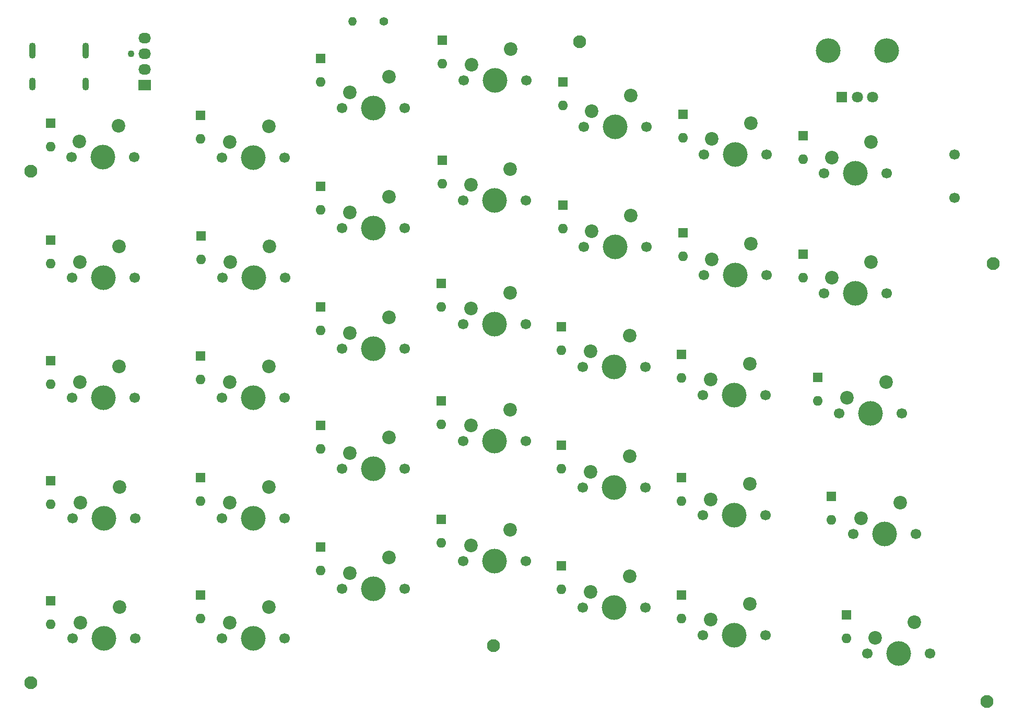
<source format=gbr>
%TF.GenerationSoftware,KiCad,Pcbnew,8.0.6*%
%TF.CreationDate,2024-10-31T21:18:19+01:00*%
%TF.ProjectId,keyboard,6b657962-6f61-4726-942e-6b696361645f,rev?*%
%TF.SameCoordinates,Original*%
%TF.FileFunction,Soldermask,Bot*%
%TF.FilePolarity,Negative*%
%FSLAX46Y46*%
G04 Gerber Fmt 4.6, Leading zero omitted, Abs format (unit mm)*
G04 Created by KiCad (PCBNEW 8.0.6) date 2024-10-31 21:18:19*
%MOMM*%
%LPD*%
G01*
G04 APERTURE LIST*
%ADD10C,2.100000*%
%ADD11C,2.200000*%
%ADD12C,1.700000*%
%ADD13C,4.000000*%
%ADD14C,1.400000*%
%ADD15O,1.400000X1.400000*%
%ADD16O,1.100000X2.100000*%
%ADD17O,1.100000X2.600000*%
%ADD18C,1.800000*%
%ADD19R,1.800000X1.800000*%
%ADD20O,4.000000X4.000000*%
%ADD21O,2.030000X1.730000*%
%ADD22R,2.030000X1.730000*%
%ADD23C,1.100000*%
%ADD24R,1.600000X1.600000*%
%ADD25O,1.600000X1.600000*%
G04 APERTURE END LIST*
D10*
%TO.C,REF\u002A\u002A*%
X139000000Y-139000000D03*
%TD*%
%TO.C,REF\u002A\u002A*%
X64000000Y-62000000D03*
%TD*%
%TO.C,REF\u002A\u002A*%
X153000000Y-41000000D03*
%TD*%
%TO.C,REF\u002A\u002A*%
X220000000Y-77000000D03*
%TD*%
%TO.C,REF\u002A\u002A*%
X219000000Y-148000000D03*
%TD*%
%TO.C,REF\u002A\u002A*%
X64000000Y-145000000D03*
%TD*%
D11*
%TO.C,SW26*%
X174410000Y-56790000D03*
X180760000Y-54250000D03*
D12*
X183300000Y-59330000D03*
D13*
X178220000Y-59330000D03*
D12*
X173140000Y-59330000D03*
%TD*%
D14*
%TO.C,R1*%
X121250000Y-37750000D03*
D15*
X116170000Y-37750000D03*
%TD*%
D11*
%TO.C,SW22*%
X154910000Y-71750000D03*
X161260000Y-69210000D03*
D12*
X163800000Y-74290000D03*
D13*
X158720000Y-74290000D03*
D12*
X153640000Y-74290000D03*
%TD*%
D11*
%TO.C,SW27*%
X174410000Y-76290000D03*
X180760000Y-73750000D03*
D12*
X183300000Y-78830000D03*
D13*
X178220000Y-78830000D03*
D12*
X173140000Y-78830000D03*
%TD*%
D11*
%TO.C,SW31*%
X193910000Y-59790000D03*
X200260000Y-57250000D03*
D12*
X202800000Y-62330000D03*
D13*
X197720000Y-62330000D03*
D12*
X192640000Y-62330000D03*
%TD*%
%TO.C,J2*%
X213750000Y-66350000D03*
X213750000Y-59350000D03*
%TD*%
D11*
%TO.C,SW7*%
X96330000Y-76750000D03*
X102680000Y-74210000D03*
D12*
X105220000Y-79290000D03*
D13*
X100140000Y-79290000D03*
D12*
X95060000Y-79290000D03*
%TD*%
D11*
%TO.C,SW25*%
X154750000Y-130250000D03*
X161100000Y-127710000D03*
D12*
X163640000Y-132790000D03*
D13*
X158560000Y-132790000D03*
D12*
X153480000Y-132790000D03*
%TD*%
D11*
%TO.C,SW28*%
X174250000Y-95790000D03*
X180600000Y-93250000D03*
D12*
X183140000Y-98330000D03*
D13*
X178060000Y-98330000D03*
D12*
X172980000Y-98330000D03*
%TD*%
D11*
%TO.C,SW24*%
X154750000Y-110750000D03*
X161100000Y-108210000D03*
D12*
X163640000Y-113290000D03*
D13*
X158560000Y-113290000D03*
D12*
X153480000Y-113290000D03*
%TD*%
D11*
%TO.C,SW34*%
X198610000Y-118290000D03*
X204960000Y-115750000D03*
D12*
X207500000Y-120830000D03*
D13*
X202420000Y-120830000D03*
D12*
X197340000Y-120830000D03*
%TD*%
D11*
%TO.C,SW9*%
X96250000Y-115750000D03*
X102600000Y-113210000D03*
D12*
X105140000Y-118290000D03*
D13*
X100060000Y-118290000D03*
D12*
X94980000Y-118290000D03*
%TD*%
D11*
%TO.C,SW8*%
X96250000Y-96250000D03*
X102600000Y-93710000D03*
D12*
X105140000Y-98790000D03*
D13*
X100060000Y-98790000D03*
D12*
X94980000Y-98790000D03*
%TD*%
D11*
%TO.C,SW13*%
X115750000Y-88250000D03*
X122100000Y-85710000D03*
D12*
X124640000Y-90790000D03*
D13*
X119560000Y-90790000D03*
D12*
X114480000Y-90790000D03*
%TD*%
D11*
%TO.C,SW15*%
X115750000Y-127250000D03*
X122100000Y-124710000D03*
D12*
X124640000Y-129790000D03*
D13*
X119560000Y-129790000D03*
D12*
X114480000Y-129790000D03*
%TD*%
D11*
%TO.C,SW14*%
X115750000Y-107750000D03*
X122100000Y-105210000D03*
D12*
X124640000Y-110290000D03*
D13*
X119560000Y-110290000D03*
D12*
X114480000Y-110290000D03*
%TD*%
D11*
%TO.C,SW20*%
X135360000Y-122710000D03*
X141710000Y-120170000D03*
D12*
X144250000Y-125250000D03*
D13*
X139170000Y-125250000D03*
D12*
X134090000Y-125250000D03*
%TD*%
D16*
%TO.C,J1*%
X72890000Y-47860000D03*
D17*
X72890000Y-42500000D03*
D16*
X64250000Y-47860000D03*
D17*
X64250000Y-42500000D03*
%TD*%
D11*
%TO.C,SW4*%
X72020000Y-115750000D03*
X78370000Y-113210000D03*
D12*
X80910000Y-118290000D03*
D13*
X75830000Y-118290000D03*
D12*
X70750000Y-118290000D03*
%TD*%
D11*
%TO.C,SW19*%
X135360000Y-103210000D03*
X141710000Y-100670000D03*
D12*
X144250000Y-105750000D03*
D13*
X139170000Y-105750000D03*
D12*
X134090000Y-105750000D03*
%TD*%
D11*
%TO.C,SW2*%
X71880000Y-57210000D03*
X78230000Y-54670000D03*
D12*
X80770000Y-59750000D03*
D13*
X75690000Y-59750000D03*
D12*
X70610000Y-59750000D03*
%TD*%
D18*
%TO.C,RV1*%
X200500000Y-49975000D03*
X198000000Y-49975000D03*
D19*
X195500000Y-49975000D03*
D20*
X202750000Y-42475000D03*
X193250000Y-42475000D03*
%TD*%
D11*
%TO.C,SW11*%
X115750000Y-49250000D03*
X122100000Y-46710000D03*
D12*
X124640000Y-51790000D03*
D13*
X119560000Y-51790000D03*
D12*
X114480000Y-51790000D03*
%TD*%
D11*
%TO.C,SW6*%
X96250000Y-57250000D03*
X102600000Y-54710000D03*
D12*
X105140000Y-59790000D03*
D13*
X100060000Y-59790000D03*
D12*
X94980000Y-59790000D03*
%TD*%
D11*
%TO.C,SW16*%
X135440000Y-44710000D03*
X141790000Y-42170000D03*
D12*
X144330000Y-47250000D03*
D13*
X139250000Y-47250000D03*
D12*
X134170000Y-47250000D03*
%TD*%
D11*
%TO.C,SW21*%
X154910000Y-52250000D03*
X161260000Y-49710000D03*
D12*
X163800000Y-54790000D03*
D13*
X158720000Y-54790000D03*
D12*
X153640000Y-54790000D03*
%TD*%
D11*
%TO.C,SW32*%
X193910000Y-79290000D03*
X200260000Y-76750000D03*
D12*
X202800000Y-81830000D03*
D13*
X197720000Y-81830000D03*
D12*
X192640000Y-81830000D03*
%TD*%
D11*
%TO.C,SW23*%
X154750000Y-91250000D03*
X161100000Y-88710000D03*
D12*
X163640000Y-93790000D03*
D13*
X158560000Y-93790000D03*
D12*
X153480000Y-93790000D03*
%TD*%
D11*
%TO.C,SW3*%
X71940000Y-96250000D03*
X78290000Y-93710000D03*
D12*
X80830000Y-98790000D03*
D13*
X75750000Y-98790000D03*
D12*
X70670000Y-98790000D03*
%TD*%
D11*
%TO.C,SW29*%
X174250000Y-115290000D03*
X180600000Y-112750000D03*
D12*
X183140000Y-117830000D03*
D13*
X178060000Y-117830000D03*
D12*
X172980000Y-117830000D03*
%TD*%
D11*
%TO.C,SW18*%
X135330000Y-84250000D03*
X141680000Y-81710000D03*
D12*
X144220000Y-86790000D03*
D13*
X139140000Y-86790000D03*
D12*
X134060000Y-86790000D03*
%TD*%
D21*
%TO.C,J3*%
X82450000Y-40430000D03*
X82450000Y-42970000D03*
X82450000Y-45510000D03*
D22*
X82450000Y-48050000D03*
D23*
X80290000Y-42970000D03*
%TD*%
D11*
%TO.C,SW30*%
X174250000Y-134790000D03*
X180600000Y-132250000D03*
D12*
X183140000Y-137330000D03*
D13*
X178060000Y-137330000D03*
D12*
X172980000Y-137330000D03*
%TD*%
D11*
%TO.C,SW10*%
X96250000Y-135250000D03*
X102600000Y-132710000D03*
D12*
X105140000Y-137790000D03*
D13*
X100060000Y-137790000D03*
D12*
X94980000Y-137790000D03*
%TD*%
D11*
%TO.C,SW33*%
X196360000Y-98790000D03*
X202710000Y-96250000D03*
D12*
X205250000Y-101330000D03*
D13*
X200170000Y-101330000D03*
D12*
X195090000Y-101330000D03*
%TD*%
D11*
%TO.C,SW12*%
X115750000Y-68750000D03*
X122100000Y-66210000D03*
D12*
X124640000Y-71290000D03*
D13*
X119560000Y-71290000D03*
D12*
X114480000Y-71290000D03*
%TD*%
D11*
%TO.C,SW35*%
X200940000Y-137710000D03*
X207290000Y-135170000D03*
D12*
X209830000Y-140250000D03*
D13*
X204750000Y-140250000D03*
D12*
X199670000Y-140250000D03*
%TD*%
D11*
%TO.C,SW17*%
X135400000Y-64250000D03*
X141750000Y-61710000D03*
D12*
X144290000Y-66790000D03*
D13*
X139210000Y-66790000D03*
D12*
X134130000Y-66790000D03*
%TD*%
D11*
%TO.C,SW1*%
X71940000Y-76710000D03*
X78290000Y-74170000D03*
D12*
X80830000Y-79250000D03*
D13*
X75750000Y-79250000D03*
D12*
X70670000Y-79250000D03*
%TD*%
D11*
%TO.C,SW5*%
X72020000Y-135250000D03*
X78370000Y-132710000D03*
D12*
X80910000Y-137790000D03*
D13*
X75830000Y-137790000D03*
D12*
X70750000Y-137790000D03*
%TD*%
D24*
%TO.C,D35*%
X196250000Y-133999314D03*
D25*
X196250000Y-137809314D03*
%TD*%
D24*
%TO.C,D34*%
X193750000Y-114750000D03*
D25*
X193750000Y-118560000D03*
%TD*%
D24*
%TO.C,D33*%
X191600000Y-95490000D03*
D25*
X191600000Y-99300000D03*
%TD*%
D24*
%TO.C,D32*%
X189250000Y-75500000D03*
D25*
X189250000Y-79310000D03*
%TD*%
D24*
%TO.C,D31*%
X189250000Y-56249314D03*
D25*
X189250000Y-60059314D03*
%TD*%
D24*
%TO.C,D30*%
X169500000Y-130750000D03*
D25*
X169500000Y-134560000D03*
%TD*%
D24*
%TO.C,D29*%
X169500000Y-111749314D03*
D25*
X169500000Y-115559314D03*
%TD*%
D24*
%TO.C,D28*%
X169500000Y-91750000D03*
D25*
X169500000Y-95560000D03*
%TD*%
D24*
%TO.C,D27*%
X169750000Y-72000000D03*
D25*
X169750000Y-75810000D03*
%TD*%
D24*
%TO.C,D26*%
X169750000Y-52750000D03*
D25*
X169750000Y-56560000D03*
%TD*%
D24*
%TO.C,D25*%
X150000000Y-126000000D03*
D25*
X150000000Y-129810000D03*
%TD*%
D24*
%TO.C,D24*%
X150000000Y-106500000D03*
D25*
X150000000Y-110310000D03*
%TD*%
D24*
%TO.C,D23*%
X150000000Y-87250000D03*
D25*
X150000000Y-91060000D03*
%TD*%
D24*
%TO.C,D22*%
X150250000Y-67500000D03*
D25*
X150250000Y-71310000D03*
%TD*%
D24*
%TO.C,D21*%
X150250000Y-47500000D03*
D25*
X150250000Y-51310000D03*
%TD*%
D24*
%TO.C,D20*%
X130500000Y-118500000D03*
D25*
X130500000Y-122310000D03*
%TD*%
D24*
%TO.C,D19*%
X130500000Y-99250000D03*
D25*
X130500000Y-103060000D03*
%TD*%
D24*
%TO.C,D18*%
X130500000Y-80250000D03*
D25*
X130500000Y-84060000D03*
%TD*%
D24*
%TO.C,D17*%
X130750000Y-60250000D03*
D25*
X130750000Y-64060000D03*
%TD*%
D24*
%TO.C,D16*%
X130750000Y-40750000D03*
D25*
X130750000Y-44560000D03*
%TD*%
D24*
%TO.C,D15*%
X111000000Y-123000000D03*
D25*
X111000000Y-126810000D03*
%TD*%
D24*
%TO.C,D14*%
X111000000Y-103250000D03*
D25*
X111000000Y-107060000D03*
%TD*%
D24*
%TO.C,D13*%
X111000000Y-84000000D03*
D25*
X111000000Y-87810000D03*
%TD*%
D24*
%TO.C,D12*%
X111000000Y-64500000D03*
D25*
X111000000Y-68310000D03*
%TD*%
D24*
%TO.C,D11*%
X111000000Y-43750000D03*
D25*
X111000000Y-47560000D03*
%TD*%
D24*
%TO.C,D10*%
X91500000Y-130750000D03*
D25*
X91500000Y-134560000D03*
%TD*%
D24*
%TO.C,D9*%
X91500000Y-111750000D03*
D25*
X91500000Y-115560000D03*
%TD*%
D24*
%TO.C,D8*%
X91500000Y-92000000D03*
D25*
X91500000Y-95810000D03*
%TD*%
D24*
%TO.C,D7*%
X91590000Y-72520000D03*
D25*
X91590000Y-76330000D03*
%TD*%
D24*
%TO.C,D6*%
X91500000Y-53000000D03*
D25*
X91500000Y-56810000D03*
%TD*%
D24*
%TO.C,D5*%
X67250000Y-131689999D03*
D25*
X67250000Y-135499999D03*
%TD*%
D24*
%TO.C,D4*%
X67250000Y-112189999D03*
D25*
X67250000Y-115999999D03*
%TD*%
D24*
%TO.C,D3*%
X67250000Y-92750000D03*
D25*
X67250000Y-96560000D03*
%TD*%
D24*
%TO.C,D2*%
X67250000Y-73189999D03*
D25*
X67250000Y-76999999D03*
%TD*%
D24*
%TO.C,D1*%
X67250000Y-54189314D03*
D25*
X67250000Y-57999314D03*
%TD*%
M02*

</source>
